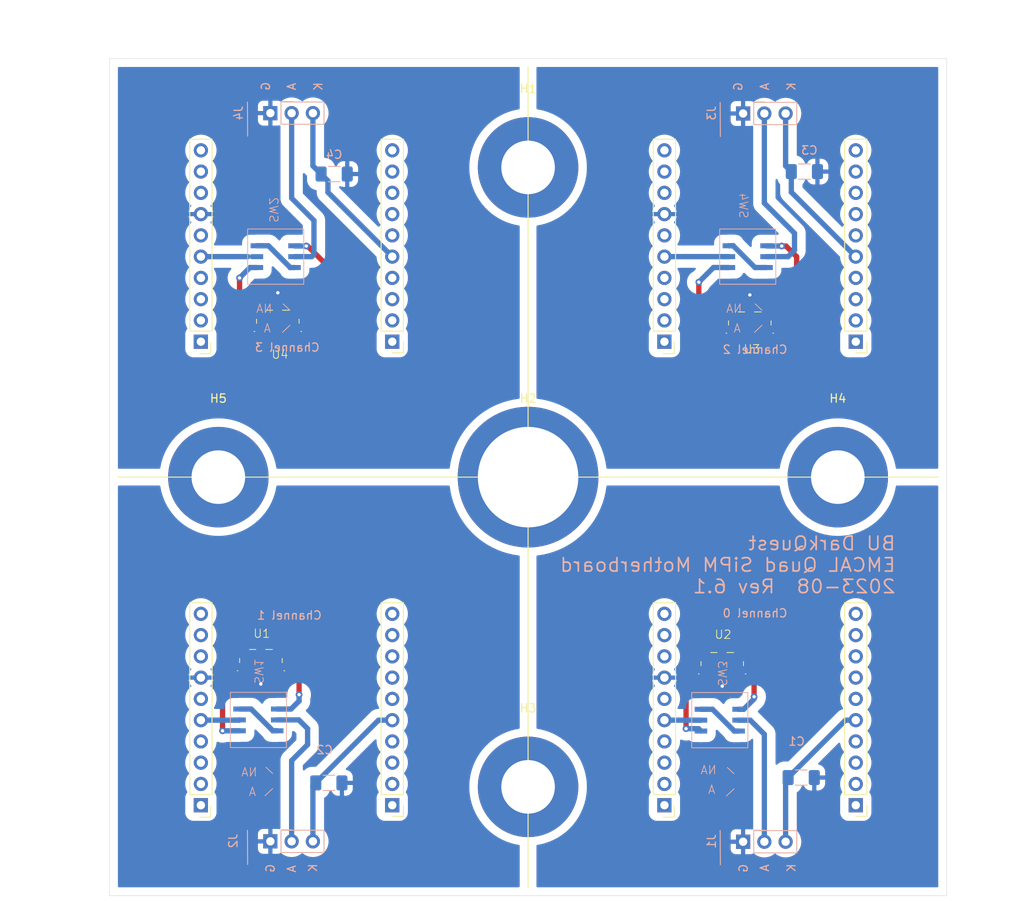
<source format=kicad_pcb>
(kicad_pcb (version 20221018) (generator pcbnew)
  (title_block (title "DarkQuest SiPM Motherboard") (rev "8.1") (comment 1 "Attenuator switch"))
  (layers (0 "F.Cu" signal) (31 "B.Cu" signal) (34 "B.Paste" user) (35 "F.Paste" user) (36 "B.SilkS" user "B.Silkscreen") (37 "F.SilkS" user "F.Silkscreen") (38 "B.Mask" user) (39 "F.Mask" user) (44 "Edge.Cuts" user))
  (net 0 "")
  (net 1 "Net-(J1-Pin_1)")
  (net 2 "Net-(J2-Pin_1)")
  (net 3 "Net-(J3-Pin_1)")
  (net 4 "Net-(J4-Pin_1)")
  (net 5 "Net-(J2-Pin_2)")
  (net 6 "Net-(J3-Pin_2)")
  (net 7 "Net-(J4-Pin_2)")
  (net 8 "Net-(J1-Pin_2)")
  (net 9 "Net-(J1-Pin_3)")
  (net 10 "Net-(J2-Pin_3)")
  (net 47 "Net-(J3-Pin_3)")
  (net 48 "Net-(J4-Pin_3)")
  (net 53 "Net-(J5-Pin_5-Pad15)")
  (net 62 "Net-(J6-Pin_5-Pad15)")
  (net 71 "Net-(J7-Pin_5-Pad15)")
  (net 80 "Net-(J8-Pin_5-Pad15)")
  (net 85 "Net-(SW1-0)")
  (net 86 "Net-(SW1-A-Pad3)")
  (net 87 "Net-(SW2-0)")
  (net 88 "Net-(SW2-A-Pad3)")
  (net 89 "Net-(SW3-0)")
  (net 90 "Net-(SW3-A-Pad3)")
  (net 91 "Net-(SW4-0)")
  (net 92 "Net-(SW4-A-Pad3)")
  (net 93 "Net-(SW1-C)")
  (net 94 "Net-(SW2-C)")
  (net 95 "Net-(SW3-C)")
  (net 96 "Net-(SW4-C)")
  (footprint "quad_sipm:MountingHole_8.4mm_M8_Pad" (layer "F.Cu") (at 100 100)
    (fp_text reference "H2" (at 0 -9.4) (layer "F.SilkS"))
    (fp_text value "MountingHole")
    (pad "1" thru_hole circle (at 0 0) (size 16.8 16.8) (drill 12) (layers "*.Cu" "*.Mask"))
  )
  (footprint "quad_sipm:MountingHole_6.4_pad" (layer "F.Cu") (at 100 137)
    (fp_text reference "H3" (at 0 -9.4) (layer "F.SilkS"))
    (fp_text value "MountingHole")
    (pad "1" thru_hole circle (at 0 0) (size 12 12) (drill 6.4) (layers "*.Cu" "*.Mask"))
  )
  (footprint "quad_sipm:MountingHole_6.4_pad" (layer "F.Cu") (at 137 100)
    (fp_text reference "H4" (at 0 -9.4) (layer "F.SilkS"))
    (fp_text value "MountingHole")
    (pad "1" thru_hole circle (at 0 0) (size 12 12) (drill 6.4) (layers "*.Cu" "*.Mask"))
  )
  (footprint "quad_sipm:MountingHole_6.4_pad" (layer "F.Cu") (at 63 100)
    (fp_text reference "H5" (at 0 -9.4) (layer "F.SilkS"))
    (fp_text value "MountingHole")
    (pad "1" thru_hole circle (at 0 0) (size 12 12) (drill 6.4) (layers "*.Cu" "*.Mask"))
  )
  (footprint "quad_sipm:MountingHole_6.4_pad" (layer "F.Cu") (at 100 63)
    (fp_text reference "H1" (at 0 -9.4) (layer "F.SilkS"))
    (fp_text value "MountingHole")
    (pad "1" thru_hole circle (at 0 0) (size 12 12) (drill 6.4) (layers "*.Cu" "*.Mask"))
  )
  (footprint "Connector_PinHeader_2.54mm:chip_carrier_pin_header" (layer "F.Cu") (at 127.762 72.39 180)
    (fp_text reference "J7" hide)
    (fp_text value "SiPM chip pin header")
    (fp_line (start -12.714 -12.76) (end -11.384 -12.76) (stroke (width 0.12)) (layer "F.SilkS"))
    (fp_line (start -12.714 -11.43) (end -12.714 -12.76) (stroke (width 0.12)) (layer "F.SilkS"))
    (fp_line (start -12.714 -10.16) (end -12.714 12.76) (stroke (width 0.12)) (layer "F.SilkS"))
    (fp_line (start -12.714 -10.16) (end -10.054 -10.16) (stroke (width 0.12)) (layer "F.SilkS"))
    (fp_line (start -12.714 12.76) (end -10.054 12.76) (stroke (width 0.12)) (layer "F.SilkS"))
    (fp_line (start -10.054 -10.16) (end -10.054 12.76) (stroke (width 0.12)) (layer "F.SilkS"))
    (fp_line (start 10.146 -10.16) (end 10.146 12.76) (stroke (width 0.12)) (layer "F.SilkS"))
    (fp_line (start 10.146 -10.16) (end 12.806 -10.16) (stroke (width 0.12)) (layer "F.SilkS"))
    (fp_line (start 10.146 12.76) (end 12.806 12.76) (stroke (width 0.12)) (layer "F.SilkS"))
    (fp_line (start 10.2984 -12.8616) (end 11.6284 -12.8616) (stroke (width 0.12)) (layer "F.SilkS"))
    (fp_line (start 10.2984 -11.5316) (end 10.2984 -12.8616) (stroke (width 0.12)) (layer "F.SilkS"))
    (fp_line (start 12.806 -10.16) (end 12.806 12.76) (stroke (width 0.12)) (layer "F.SilkS"))
    (pad "1" thru_hole rect (at -11.384 -11.43 180) (size 1.7 1.7) (drill 1) (layers "*.Cu" "*.Mask"))
    (pad "2" thru_hole oval (at -11.384 -8.89 180) (size 1.7 1.7) (drill 1) (layers "*.Cu" "*.Mask"))
    (pad "3" thru_hole oval (at -11.384 -6.35 180) (size 1.7 1.7) (drill 1) (layers "*.Cu" "*.Mask"))
    (pad "4" thru_hole oval (at -11.384 -3.81 180) (size 1.7 1.7) (drill 1) (layers "*.Cu" "*.Mask"))
    (pad "5" thru_hole oval (at -11.384 -1.27 180) (size 1.7 1.7) (drill 1) (layers "*.Cu" "*.Mask") (net 47 "Net-(J3-Pin_3)"))
    (pad "6" thru_hole oval (at -11.384 1.27 180) (size 1.7 1.7) (drill 1) (layers "*.Cu" "*.Mask"))
    (pad "7" thru_hole oval (at -11.384 3.81 180) (size 1.7 1.7) (drill 1) (layers "*.Cu" "*.Mask"))
    (pad "8" thru_hole oval (at -11.384 6.35 180) (size 1.7 1.7) (drill 1) (layers "*.Cu" "*.Mask"))
    (pad "9" thru_hole oval (at -11.384 8.89 180) (size 1.7 1.7) (drill 1) (layers "*.Cu" "*.Mask"))
    (pad "10" thru_hole oval (at -11.384 11.43 180) (size 1.7 1.7) (drill 1) (layers "*.Cu" "*.Mask"))
    (pad "11" thru_hole rect (at 11.476 -11.43 180) (size 1.7 1.7) (drill 1) (layers "*.Cu" "*.Mask"))
    (pad "12" thru_hole oval (at 11.476 -8.89 180) (size 1.7 1.7) (drill 1) (layers "*.Cu" "*.Mask"))
    (pad "13" thru_hole oval (at 11.476 -6.35 180) (size 1.7 1.7) (drill 1) (layers "*.Cu" "*.Mask"))
    (pad "14" thru_hole oval (at 11.476 -3.81 180) (size 1.7 1.7) (drill 1) (layers "*.Cu" "*.Mask"))
    (pad "15" thru_hole oval (at 11.476 -1.27 180) (size 1.7 1.7) (drill 1) (layers "*.Cu" "*.Mask") (net 71 "Net-(J7-Pin_5-Pad15)"))
    (pad "16" thru_hole oval (at 11.476 1.27 180) (size 1.7 1.7) (drill 1) (layers "*.Cu" "*.Mask"))
    (pad "17" thru_hole oval (at 11.476 3.81 180) (size 1.7 1.7) (drill 1) (layers "*.Cu" "*.Mask") (net 3 "Net-(J3-Pin_1)"))
    (pad "18" thru_hole oval (at 11.476 6.35 180) (size 1.7 1.7) (drill 1) (layers "*.Cu" "*.Mask"))
    (pad "19" thru_hole oval (at 11.476 8.89 180) (size 1.7 1.7) (drill 1) (layers "*.Cu" "*.Mask"))
    (pad "20" thru_hole oval (at 11.476 11.43 180) (size 1.7 1.7) (drill 1) (layers "*.Cu" "*.Mask"))
  )
  (footprint "Connector_PinHeader_2.54mm:chip_carrier_pin_header" (layer "F.Cu") (at 72.39 72.39 180)
    (fp_text reference "J8" hide)
    (fp_text value "SiPM chip pin header")
    (fp_line (start -12.714 -12.76) (end -11.384 -12.76) (stroke (width 0.12)) (layer "F.SilkS"))
    (fp_line (start -12.714 -11.43) (end -12.714 -12.76) (stroke (width 0.12)) (layer "F.SilkS"))
    (fp_line (start -12.714 -10.16) (end -12.714 12.76) (stroke (width 0.12)) (layer "F.SilkS"))
    (fp_line (start -12.714 -10.16) (end -10.054 -10.16) (stroke (width 0.12)) (layer "F.SilkS"))
    (fp_line (start -12.714 12.76) (end -10.054 12.76) (stroke (width 0.12)) (layer "F.SilkS"))
    (fp_line (start -10.054 -10.16) (end -10.054 12.76) (stroke (width 0.12)) (layer "F.SilkS"))
    (fp_line (start 10.146 -10.16) (end 10.146 12.76) (stroke (width 0.12)) (layer "F.SilkS"))
    (fp_line (start 10.146 -10.16) (end 12.806 -10.16) (stroke (width 0.12)) (layer "F.SilkS"))
    (fp_line (start 10.146 12.76) (end 12.806 12.76) (stroke (width 0.12)) (layer "F.SilkS"))
    (fp_line (start 10.2984 -12.8616) (end 11.6284 -12.8616) (stroke (width 0.12)) (layer "F.SilkS"))
    (fp_line (start 10.2984 -11.5316) (end 10.2984 -12.8616) (stroke (width 0.12)) (layer "F.SilkS"))
    (fp_line (start 12.806 -10.16) (end 12.806 12.76) (stroke (width 0.12)) (layer "F.SilkS"))
    (pad "1" thru_hole rect (at -11.384 -11.43 180) (size 1.7 1.7) (drill 1) (layers "*.Cu" "*.Mask"))
    (pad "2" thru_hole oval (at -11.384 -8.89 180) (size 1.7 1.7) (drill 1) (layers "*.Cu" "*.Mask"))
    (pad "3" thru_hole oval (at -11.384 -6.35 180) (size 1.7 1.7) (drill 1) (layers "*.Cu" "*.Mask"))
    (pad "4" thru_hole oval (at -11.384 -3.81 180) (size 1.7 1.7) (drill 1) (layers "*.Cu" "*.Mask"))
    (pad "5" thru_hole oval (at -11.384 -1.27 180) (size 1.7 1.7) (drill 1) (layers "*.Cu" "*.Mask") (net 48 "Net-(J4-Pin_3)"))
    (pad "6" thru_hole oval (at -11.384 1.27 180) (size 1.7 1.7) (drill 1) (layers "*.Cu" "*.Mask"))
    (pad "7" thru_hole oval (at -11.384 3.81 180) (size 1.7 1.7) (drill 1) (layers "*.Cu" "*.Mask"))
    (pad "8" thru_hole oval (at -11.384 6.35 180) (size 1.7 1.7) (drill 1) (layers "*.Cu" "*.Mask"))
    (pad "9" thru_hole oval (at -11.384 8.89 180) (size 1.7 1.7) (drill 1) (layers "*.Cu" "*.Mask"))
    (pad "10" thru_hole oval (at -11.384 11.43 180) (size 1.7 1.7) (drill 1) (layers "*.Cu" "*.Mask"))
    (pad "11" thru_hole rect (at 11.476 -11.43 180) (size 1.7 1.7) (drill 1) (layers "*.Cu" "*.Mask"))
    (pad "12" thru_hole oval (at 11.476 -8.89 180) (size 1.7 1.7) (drill 1) (layers "*.Cu" "*.Mask"))
    (pad "13" thru_hole oval (at 11.476 -6.35 180) (size 1.7 1.7) (drill 1) (layers "*.Cu" "*.Mask"))
    (pad "14" thru_hole oval (at 11.476 -3.81 180) (size 1.7 1.7) (drill 1) (layers "*.Cu" "*.Mask"))
    (pad "15" thru_hole oval (at 11.476 -1.27 180) (size 1.7 1.7) (drill 1) (layers "*.Cu" "*.Mask") (net 80 "Net-(J8-Pin_5-Pad15)"))
    (pad "16" thru_hole oval (at 11.476 1.27 180) (size 1.7 1.7) (drill 1) (layers "*.Cu" "*.Mask"))
    (pad "17" thru_hole oval (at 11.476 3.81 180) (size 1.7 1.7) (drill 1) (layers "*.Cu" "*.Mask") (net 4 "Net-(J4-Pin_1)"))
    (pad "18" thru_hole oval (at 11.476 6.35 180) (size 1.7 1.7) (drill 1) (layers "*.Cu" "*.Mask"))
    (pad "19" thru_hole oval (at 11.476 8.89 180) (size 1.7 1.7) (drill 1) (layers "*.Cu" "*.Mask"))
    (pad "20" thru_hole oval (at 11.476 11.43 180) (size 1.7 1.7) (drill 1) (layers "*.Cu" "*.Mask"))
  )
  (footprint "Connector_PinHeader_2.54mm:chip_carrier_pin_header" (layer "F.Cu") (at 72.39 127.762 180)
    (fp_text reference "J6" hide)
    (fp_text value "SiPM chip pin header")
    (fp_line (start -12.714 -12.76) (end -11.384 -12.76) (stroke (width 0.12)) (layer "F.SilkS"))
    (fp_line (start -12.714 -11.43) (end -12.714 -12.76) (stroke (width 0.12)) (layer "F.SilkS"))
    (fp_line (start -12.714 -10.16) (end -12.714 12.76) (stroke (width 0.12)) (layer "F.SilkS"))
    (fp_line (start -12.714 -10.16) (end -10.054 -10.16) (stroke (width 0.12)) (layer "F.SilkS"))
    (fp_line (start -12.714 12.76) (end -10.054 12.76) (stroke (width 0.12)) (layer "F.SilkS"))
    (fp_line (start -10.054 -10.16) (end -10.054 12.76) (stroke (width 0.12)) (layer "F.SilkS"))
    (fp_line (start 10.146 -10.16) (end 10.146 12.76) (stroke (width 0.12)) (layer "F.SilkS"))
    (fp_line (start 10.146 -10.16) (end 12.806 -10.16) (stroke (width 0.12)) (layer "F.SilkS"))
    (fp_line (start 10.146 12.76) (end 12.806 12.76) (stroke (width 0.12)) (layer "F.SilkS"))
    (fp_line (start 10.2984 -12.8616) (end 11.6284 -12.8616) (stroke (width 0.12)) (layer "F.SilkS"))
    (fp_line (start 10.2984 -11.5316) (end 10.2984 -12.8616) (stroke (width 0.12)) (layer "F.SilkS"))
    (fp_line (start 12.806 -10.16) (end 12.806 12.76) (stroke (width 0.12)) (layer "F.SilkS"))
    (pad "1" thru_hole rect (at -11.384 -11.43 180) (size 1.7 1.7) (drill 1) (layers "*.Cu" "*.Mask"))
    (pad "2" thru_hole oval (at -11.384 -8.89 180) (size 1.7 1.7) (drill 1) (layers "*.Cu" "*.Mask"))
    (pad "3" thru_hole oval (at -11.384 -6.35 180) (size 1.7 1.7) (drill 1) (layers "*.Cu" "*.Mask"))
    (pad "4" thru_hole oval (at -11.384 -3.81 180) (size 1.7 1.7) (drill 1) (layers "*.Cu" "*.Mask"))
    (pad "5" thru_hole oval (at -11.384 -1.27 180) (size 1.7 1.7) (drill 1) (layers "*.Cu" "*.Mask") (net 10 "Net-(J2-Pin_3)"))
    (pad "6" thru_hole oval (at -11.384 1.27 180) (size 1.7 1.7) (drill 1) (layers "*.Cu" "*.Mask"))
    (pad "7" thru_hole oval (at -11.384 3.81 180) (size 1.7 1.7) (drill 1) (layers "*.Cu" "*.Mask"))
    (pad "8" thru_hole oval (at -11.384 6.35 180) (size 1.7 1.7) (drill 1) (layers "*.Cu" "*.Mask"))
    (pad "9" thru_hole oval (at -11.384 8.89 180) (size 1.7 1.7) (drill 1) (layers "*.Cu" "*.Mask"))
    (pad "10" thru_hole oval (at -11.384 11.43 180) (size 1.7 1.7) (drill 1) (layers "*.Cu" "*.Mask"))
    (pad "11" thru_hole rect (at 11.476 -11.43 180) (size 1.7 1.7) (drill 1) (layers "*.Cu" "*.Mask"))
    (pad "12" thru_hole oval (at 11.476 -8.89 180) (size 1.7 1.7) (drill 1) (layers "*.Cu" "*.Mask"))
    (pad "13" thru_hole oval (at 11.476 -6.35 180) (size 1.7 1.7) (drill 1) (layers "*.Cu" "*.Mask"))
    (pad "14" thru_hole oval (at 11.476 -3.81 180) (size 1.7 1.7) (drill 1) (layers "*.Cu" "*.Mask"))
    (pad "15" thru_hole oval (at 11.476 -1.27 180) (size 1.7 1.7) (drill 1) (layers "*.Cu" "*.Mask") (net 62 "Net-(J6-Pin_5-Pad15)"))
    (pad "16" thru_hole oval (at 11.476 1.27 180) (size 1.7 1.7) (drill 1) (layers "*.Cu" "*.Mask"))
    (pad "17" thru_hole oval (at 11.476 3.81 180) (size 1.7 1.7) (drill 1) (layers "*.Cu" "*.Mask") (net 2 "Net-(J2-Pin_1)"))
    (pad "18" thru_hole oval (at 11.476 6.35 180) (size 1.7 1.7) (drill 1) (layers "*.Cu" "*.Mask"))
    (pad "19" thru_hole oval (at 11.476 8.89 180) (size 1.7 1.7) (drill 1) (layers "*.Cu" "*.Mask"))
    (pad "20" thru_hole oval (at 11.476 11.43 180) (size 1.7 1.7) (drill 1) (layers "*.Cu" "*.Mask"))
  )
  (footprint "Resistor_SMD:D10AA20Z4" (layer "F.Cu") (at 70.1088 80.0608)
    (fp_text reference "U4" (at 0.2492 5.2788 unlocked) (layer "F.SilkS") (effects (font (thickness 0.1))))
    (fp_text value "~")
    (fp_line (start -2.748 2.54) (end -2.8496 2.54) (stroke (width 0.1)) (layer "F.SilkS"))
    (fp_line (start -2.5448 1.5748) (end -2.5448 1.0668) (stroke (width 0.1)) (layer "F.SilkS"))
    (fp_line (start -1.3764 0) (end -0.6144 0) (stroke (width 0.1)) (layer "F.SilkS"))
    (fp_line (start 0.554 0) (end 1.3668 0) (stroke (width 0.1)) (layer "F.SilkS"))
    (fp_line (start 2.5352 1.5748) (end 2.5352 1.0668) (stroke (width 0.1)) (layer "F.SilkS"))
    (fp_line (start 2.7384 2.54) (end 2.84 2.54) (stroke (width 0.1)) (layer "F.SilkS"))
    (pad "1" smd rect (at -2.2908 0.4528) (size 1.6256 1.1088) (layers "F.Cu" "F.Paste" "F.Mask") (net 94 "Net-(SW2-C)"))
    (pad "2" smd rect (at 2.2812 0.4572) (size 1.7272 1.1176) (layers "F.Cu" "F.Paste" "F.Mask") (net 87 "Net-(SW2-0)"))
    (pad "3" smd rect (at -0.0175 2.3495 90) (size 1.143 5.207) (layers "F.Cu" "F.Paste" "F.Mask") (net 4 "Net-(J4-Pin_1)"))
    (pad "3" smd custom (at -0.0048 1.397) (size 1.016 2.9972) (layers "F.Cu" "F.Paste" "F.Mask") (net 4 "Net-(J4-Pin_1)") (options (clearance outline) (anchor rect)) (primitives))
  )
  (footprint "Resistor_SMD:D10AA20Z4" (layer "F.Cu") (at 68.0895 120.5865)
    (fp_text reference "U1" (at 0.0968 -1.905 unlocked) (layer "F.SilkS") (effects (font (thickness 0.1))))
    (fp_text value "~")
    (fp_line (start -2.748 2.54) (end -2.8496 2.54) (stroke (width 0.1)) (layer "F.SilkS"))
    (fp_line (start -2.5448 1.5748) (end -2.5448 1.0668) (stroke (width 0.1)) (layer "F.SilkS"))
    (fp_line (start -1.3764 0) (end -0.6144 0) (stroke (width 0.1)) (layer "F.SilkS"))
    (fp_line (start 0.554 0) (end 1.3668 0) (stroke (width 0.1)) (layer "F.SilkS"))
    (fp_line (start 2.5352 1.5748) (end 2.5352 1.0668) (stroke (width 0.1)) (layer "F.SilkS"))
    (fp_line (start 2.7384 2.54) (end 2.84 2.54) (stroke (width 0.1)) (layer "F.SilkS"))
    (pad "1" smd rect (at -2.2908 0.4528) (size 1.6256 1.1088) (layers "F.Cu" "F.Paste" "F.Mask") (net 93 "Net-(SW1-C)"))
    (pad "2" smd rect (at 2.2812 0.4572) (size 1.7272 1.1176) (layers "F.Cu" "F.Paste" "F.Mask") (net 85 "Net-(SW1-0)"))
    (pad "3" smd rect (at -0.0175 2.3495 90) (size 1.143 5.207) (layers "F.Cu" "F.Paste" "F.Mask") (net 2 "Net-(J2-Pin_1)"))
    (pad "3" smd custom (at -0.0048 1.397) (size 1.016 2.9972) (layers "F.Cu" "F.Paste" "F.Mask") (net 2 "Net-(J2-Pin_1)") (options (clearance outline) (anchor rect)) (primitives))
  )
  (footprint "Resistor_SMD:D10AA20Z4" (layer "F.Cu") (at 123.1948 120.9592)
    (fp_text reference "U2" (at 0.0968 -2.159 unlocked) (layer "F.SilkS") (effects (font (thickness 0.1))))
    (fp_text value "~")
    (fp_line (start -2.748 2.54) (end -2.8496 2.54) (stroke (width 0.1)) (layer "F.SilkS"))
    (fp_line (start -2.5448 1.5748) (end -2.5448 1.0668) (stroke (width 0.1)) (layer "F.SilkS"))
    (fp_line (start -1.3764 0) (end -0.6144 0) (stroke (width 0.1)) (layer "F.SilkS"))
    (fp_line (start 0.554 0) (end 1.3668 0) (stroke (width 0.1)) (layer "F.SilkS"))
    (fp_line (start 2.5352 1.5748) (end 2.5352 1.0668) (stroke (width 0.1)) (layer "F.SilkS"))
    (fp_line (start 2.7384 2.54) (end 2.84 2.54) (stroke (width 0.1)) (layer "F.SilkS"))
    (pad "1" smd rect (at -2.2908 0.4528) (size 1.6256 1.1088) (layers "F.Cu" "F.Paste" "F.Mask") (net 95 "Net-(SW3-C)"))
    (pad "2" smd rect (at 2.2812 0.4572) (size 1.7272 1.1176) (layers "F.Cu" "F.Paste" "F.Mask") (net 89 "Net-(SW3-0)"))
    (pad "3" smd rect (at -0.0175 2.3495 90) (size 1.143 5.207) (layers "F.Cu" "F.Paste" "F.Mask") (net 1 "Net-(J1-Pin_1)"))
    (pad "3" smd custom (at -0.0048 1.397) (size 1.016 2.9972) (layers "F.Cu" "F.Paste" "F.Mask") (net 1 "Net-(J1-Pin_1)") (options (clearance outline) (anchor rect)) (primitives))
  )
  (footprint "Connector_PinHeader_2.54mm:chip_carrier_pin_header" (layer "F.Cu") (at 127.762 127.762 180)
    (fp_text reference "J5" hide)
    (fp_text value "SiPM chip pin header")
    (fp_line (start -12.714 -12.76) (end -11.384 -12.76) (stroke (width 0.12)) (layer "F.SilkS"))
    (fp_line (start -12.714 -11.43) (end -12.714 -12.76) (stroke (width 0.12)) (layer "F.SilkS"))
    (fp_line (start -12.714 -10.16) (end -12.714 12.76) (stroke (width 0.12)) (layer "F.SilkS"))
    (fp_line (start -12.714 -10.16) (end -10.054 -10.16) (stroke (width 0.12)) (layer "F.SilkS"))
    (fp_line (start -12.714 12.76) (end -10.054 12.76) (stroke (width 0.12)) (layer "F.SilkS"))
    (fp_line (start -10.054 -10.16) (end -10.054 12.76) (stroke (width 0.12)) (layer "F.SilkS"))
    (fp_line (start 10.146 -10.16) (end 10.146 12.76) (stroke (width 0.12)) (layer "F.SilkS"))
    (fp_line (start 10.146 -10.16) (end 12.806 -10.16) (stroke (width 0.12)) (layer "F.SilkS"))
    (fp_line (start 10.146 12.76) (end 12.806 12.76) (stroke (width 0.12)) (layer "F.SilkS"))
    (fp_line (start 10.2984 -12.8616) (end 11.6284 -12.8616) (stroke (width 0.12)) (layer "F.SilkS"))
    (fp_line (start 10.2984 -11.5316) (end 10.2984 -12.8616) (stroke (width 0.12)) (layer "F.SilkS"))
    (fp_line (start 12.806 -10.16) (end 12.806 12.76) (stroke (width 0.12)) (layer "F.SilkS"))
    (pad "1" thru_hole rect (at -11.384 -11.43 180) (size 1.7 1.7) (drill 1) (layers "*.Cu" "*.Mask"))
    (pad "2" thru_hole oval (at -11.384 -8.89 180) (size 1.7 1.7) (drill 1) (layers "*.Cu" "*.Mask"))
    (pad "3" thru_hole oval (at -11.384 -6.35 180) (size 1.7 1.7) (drill 1) (layers "*.Cu" "*.Mask"))
    (pad "4" thru_hole oval (at -11.384 -3.81 180) (size 1.7 1.7) (drill 1) (layers "*.Cu" "*.Mask"))
    (pad "5" thru_hole oval (at -11.384 -1.27 180) (size 1.7 1.7) (drill 1) (layers "*.Cu" "*.Mask") (net 9 "Net-(J1-Pin_3)"))
    (pad "6" thru_hole oval (at -11.384 1.27 180) (size 1.7 1.7) (drill 1) (layers "*.Cu" "*.Mask"))
    (pad "7" thru_hole oval (at -11.384 3.81 180) (size 1.7 1.7) (drill 1) (layers "*.Cu" "*.Mask"))
    (pad "8" thru_hole oval (at -11.384 6.35 180) (size 1.7 1.7) (drill 1) (layers "*.Cu" "*.Mask"))
    (pad "9" thru_hole oval (at -11.384 8.89 180) (size 1.7 1.7) (drill 1) (layers "*.Cu" "*.Mask"))
    (pad "10" thru_hole oval (at -11.384 11.43 180) (size 1.7 1.7) (drill 1) (layers "*.Cu" "*.Mask"))
    (pad "11" thru_hole rect (at 11.476 -11.43 180) (size 1.7 1.7) (drill 1) (layers "*.Cu" "*.Mask"))
    (pad "12" thru_hole oval (at 11.476 -8.89 180) (size 1.7 1.7) (drill 1) (layers "*.Cu" "*.Mask"))
    (pad "13" thru_hole oval (at 11.476 -6.35 180) (size 1.7 1.7) (drill 1) (layers "*.Cu" "*.Mask"))
    (pad "14" thru_hole oval (at 11.476 -3.81 180) (size 1.7 1.7) (drill 1) (layers "*.Cu" "*.Mask"))
    (pad "15" thru_hole oval (at 11.476 -1.27 180) (size 1.7 1.7) (drill 1) (layers "*.Cu" "*.Mask") (net 53 "Net-(J5-Pin_5-Pad15)"))
    (pad "16" thru_hole oval (at 11.476 1.27 180) (size 1.7 1.7) (drill 1) (layers "*.Cu" "*.Mask"))
    (pad "17" thru_hole oval (at 11.476 3.81 180) (size 1.7 1.7) (drill 1) (layers "*.Cu" "*.Mask") (net 1 "Net-(J1-Pin_1)"))
    (pad "18" thru_hole oval (at 11.476 6.35 180) (size 1.7 1.7) (drill 1) (layers "*.Cu" "*.Mask"))
    (pad "19" thru_hole oval (at 11.476 8.89 180) (size 1.7 1.7) (drill 1) (layers "*.Cu" "*.Mask"))
    (pad "20" thru_hole oval (at 11.476 11.43 180) (size 1.7 1.7) (drill 1) (layers "*.Cu" "*.Mask"))
  )
  (footprint "Resistor_SMD:D10AA20Z4" (layer "F.Cu") (at 126.492 80.264)
    (fp_text reference "U3" (at 0.2492 4.445 unlocked) (layer "F.SilkS") (effects (font (thickness 0.1))))
    (fp_text value "~")
    (fp_line (start -2.748 2.54) (end -2.8496 2.54) (stroke (width 0.1)) (layer "F.SilkS"))
    (fp_line (start -2.5448 1.5748) (end -2.5448 1.0668) (stroke (width 0.1)) (layer "F.SilkS"))
    (fp_line (start -1.3764 0) (end -0.6144 0) (stroke (width 0.1)) (layer "F.SilkS"))
    (fp_line (start 0.554 0) (end 1.3668 0) (stroke (width 0.1)) (layer "F.SilkS"))
    (fp_line (start 2.5352 1.5748) (end 2.5352 1.0668) (stroke (width 0.1)) (layer "F.SilkS"))
    (fp_line (start 2.7384 2.54) (end 2.84 2.54) (stroke (width 0.1)) (layer "F.SilkS"))
    (pad "1" smd rect (at -2.2908 0.4528) (size 1.6256 1.1088) (layers "F.Cu" "F.Paste" "F.Mask") (net 96 "Net-(SW4-C)"))
    (pad "2" smd rect (at 2.2812 0.4572) (size 1.7272 1.1176) (layers "F.Cu" "F.Paste" "F.Mask") (net 91 "Net-(SW4-0)"))
    (pad "3" smd rect (at -0.0175 2.3495 90) (size 1.143 5.207) (layers "F.Cu" "F.Paste" "F.Mask") (net 3 "Net-(J3-Pin_1)"))
    (pad "3" smd custom (at -0.0048 1.397) (size 1.016 2.9972) (layers "F.Cu" "F.Paste" "F.Mask") (net 3 "Net-(J3-Pin_1)") (options (clearance outline) (anchor rect)) (primitives))
  )
  (footprint "Connector_PinHeader_2.54mm:PinHeader_1x03_P2.54mm_Vertical" (layer "B.Cu") (at 128.27 143.51 -90)
    (fp_text reference "J1" (at 0 6.35 90) (layer "B.SilkS") (effects (justify mirror)))
    (fp_text value "8-102202-4")
    (fp_line (start -1.33 0) (end -1.33 1.33) (stroke (width 0.12)) (layer "B.SilkS"))
    (fp_line (start -1.285 -3.825) (end 1.375 -3.825) (stroke (width 0.12)) (layer "B.SilkS"))
    (fp_line (start -1.285 1.315) (end -1.285 -3.825) (stroke (width 0.12)) (layer "B.SilkS"))
    (fp_line (start -1.285 1.315) (end 1.375 1.315) (stroke (width 0.12)) (layer "B.SilkS"))
    (fp_line (start -1.275 5.325) (end 2.8 5.3) (stroke (width 0.12)) (layer "B.SilkS"))
    (fp_line (start 1.375 1.315) (end 1.375 -3.825) (stroke (width 0.12)) (layer "B.SilkS"))
    (pad "1" thru_hole rect (at 0.045 2.585 270) (size 1.7 1.7) (drill 1) (layers "*.Cu" "*.Mask") (net 1 "Net-(J1-Pin_1)"))
    (pad "2" thru_hole oval (at 0.045 0.045 270) (size 1.7 1.7) (drill 1) (layers "*.Cu" "*.Mask") (net 8 "Net-(J1-Pin_2)"))
    (pad "3" thru_hole oval (at 0.045 -2.495 270) (size 1.7 1.7) (drill 1) (layers "*.Cu" "*.Mask") (net 9 "Net-(J1-Pin_3)"))
  )
  (footprint "Capacitor_SMD:C_1206_3216Metric_Pad1.33x1.80mm_HandSolder" (layer "B.Cu") (at 76.835 63.7925 180)
    (fp_text reference "C4" (at 0 2.3245) (layer "B.SilkS") (effects (justify mirror)))
    (fp_text value "10nF 100V")
    (fp_line (start -0.711252 -0.91) (end 0.711252 -0.91) (stroke (width 0.12)) (layer "B.SilkS"))
    (fp_line (start -0.711252 0.91) (end 0.711252 0.91) (stroke (width 0.12)) (layer "B.SilkS"))
    (pad "1" smd roundrect (at -1.5625 0 180) (size 1.325 1.8) (layers "B.Cu" "B.Paste" "B.Mask") (roundrect_rratio 0.1886792453) (net 4 "Net-(J4-Pin_1)"))
    (pad "2" smd roundrect (at 1.5625 0 180) (size 1.325 1.8) (layers "B.Cu" "B.Paste" "B.Mask") (roundrect_rratio 0.1886792453) (net 48 "Net-(J4-Pin_3)"))
  )
  (footprint "Connector_PinHeader_2.54mm:PinHeader_1x03_P2.54mm_Vertical" (layer "B.Cu") (at 128.27 56.515 -90)
    (fp_text reference "J3" (at 0 6.35 90) (layer "B.SilkS") (effects (justify mirror)))
    (fp_text value "8-102202-4")
    (fp_line (start -1.33 0) (end -1.33 1.33) (stroke (width 0.12)) (layer "B.SilkS"))
    (fp_line (start -1.285 -3.825) (end 1.375 -3.825) (stroke (width 0.12)) (layer "B.SilkS"))
    (fp_line (start -1.285 1.315) (end -1.285 -3.825) (stroke (width 0.12)) (layer "B.SilkS"))
    (fp_line (start -1.285 1.315) (end 1.375 1.315) (stroke (width 0.12)) (layer "B.SilkS"))
    (fp_line (start -1.275 5.325) (end 2.8 5.3) (stroke (width 0.12)) (layer "B.SilkS"))
    (fp_line (start 1.375 1.315) (end 1.375 -3.825) (stroke (width 0.12)) (layer "B.SilkS"))
    (pad "1" thru_hole rect (at 0.045 2.585 270) (size 1.7 1.7) (drill 1) (layers "*.Cu" "*.Mask") (net 3 "Net-(J3-Pin_1)"))
    (pad "2" thru_hole oval (at 0.045 0.045 270) (size 1.7 1.7) (drill 1) (layers "*.Cu" "*.Mask") (net 6 "Net-(J3-Pin_2)"))
    (pad "3" thru_hole oval (at 0.045 -2.495 270) (size 1.7 1.7) (drill 1) (layers "*.Cu" "*.Mask") (net 47 "Net-(J3-Pin_3)"))
  )
  (footprint "Connector_PinHeader_2.54mm:PinHeader_1x03_P2.54mm_Vertical" (layer "B.Cu") (at 71.8 56.47 -90)
    (fp_text reference "J4" (at 0.045 6.395 90) (layer "B.SilkS") (effects (justify mirror)))
    (fp_text value "8-102202-4")
    (fp_line (start -1.33 0) (end -1.33 1.33) (stroke (width 0.12)) (layer "B.SilkS"))
    (fp_line (start -1.285 -3.825) (end 1.375 -3.825) (stroke (width 0.12)) (layer "B.SilkS"))
    (fp_line (start -1.285 1.315) (end -1.285 -3.825) (stroke (width 0.12)) (layer "B.SilkS"))
    (fp_line (start -1.285 1.315) (end 1.375 1.315) (stroke (width 0.12)) (layer "B.SilkS"))
    (fp_line (start -1.275 5.325) (end 2.8 5.3) (stroke (width 0.12)) (layer "B.SilkS"))
    (fp_line (start 1.375 1.315) (end 1.375 -3.825) (stroke (width 0.12)) (layer "B.SilkS"))
    (pad "1" thru_hole rect (at 0.045 2.585 270) (size 1.7 1.7) (drill 1) (layers "*.Cu" "*.Mask") (net 4 "Net-(J4-Pin_1)"))
    (pad "2" thru_hole oval (at 0.045 0.045 270) (size 1.7 1.7) (drill 1) (layers "*.Cu" "*.Mask") (net 7 "Net-(J4-Pin_2)"))
    (pad "3" thru_hole oval (at 0.045 -2.495 270) (size 1.7 1.7) (drill 1) (layers "*.Cu" "*.Mask") (net 48 "Net-(J4-Pin_3)"))
  )
  (footprint "Capacitor_SMD:C_1206_3216Metric_Pad1.33x1.80mm_HandSolder" (layer "B.Cu") (at 133.0075 63.5 180)
    (fp_text reference "C3" (at -0.5965 2.54) (layer "B.SilkS") (effects (justify mirror)))
    (fp_text value "10nF 100V")
    (fp_line (start -0.711252 -0.91) (end 0.711252 -0.91) (stroke (width 0.12)) (layer "B.SilkS"))
    (fp_line (start -0.711252 0.91) (end 0.711252 0.91) (stroke (width 0.12)) (layer "B.SilkS"))
    (pad "1" smd roundrect (at -1.5625 0 180) (size 1.325 1.8) (layers "B.Cu" "B.Paste" "B.Mask") (roundrect_rratio 0.1886792453) (net 3 "Net-(J3-Pin_1)"))
    (pad "2" smd roundrect (at 1.5625 0 180) (size 1.325 1.8) (layers "B.Cu" "B.Paste" "B.Mask") (roundrect_rratio 0.1886792453) (net 47 "Net-(J3-Pin_3)"))
  )
  (footprint "Connector_PinHeader_2.54mm:PinHeader_1x03_P2.54mm_Vertical" (layer "B.Cu") (at 71.8 143.465 -90)
    (fp_text reference "J2" (at 0 7.03 -90) (layer "B.SilkS") (effects (justify mirror)))
    (fp_text value "8-102202-4")
    (fp_line (start -1.33 0) (end -1.33 1.33) (stroke (width 0.12)) (layer "B.SilkS"))
    (fp_line (start -1.285 -3.825) (end 1.375 -3.825) (stroke (width 0.12)) (layer "B.SilkS"))
    (fp_line (start -1.285 1.315) (end -1.285 -3.825) (stroke (width 0.12)) (layer "B.SilkS"))
    (fp_line (start -1.285 1.315) (end 1.375 1.315) (stroke (width 0.12)) (layer "B.SilkS"))
    (fp_line (start -1.275 5.325) (end 2.8 5.3) (stroke (width 0.12)) (layer "B.SilkS"))
    (fp_line (start 1.375 1.315) (end 1.375 -3.825) (stroke (width 0.12)) (layer "B.SilkS"))
    (pad "1" thru_hole rect (at 0.045 2.585 270) (size 1.7 1.7) (drill 1) (layers "*.Cu" "*.Mask") (net 2 "Net-(J2-Pin_1)"))
    (pad "2" thru_hole oval (at 0.045 0.045 270) (size 1.7 1.7) (drill 1) (layers "*.Cu" "*.Mask") (net 5 "Net-(J2-Pin_2)"))
    (pad "3" thru_hole oval (at 0.045 -2.495 270) (size 1.7 1.7) (drill 1) (layers "*.Cu" "*.Mask") (net 10 "Net-(J2-Pin_3)"))
  )
  (footprint "Capacitor_SMD:C_1206_3216Metric_Pad1.33x1.80mm_HandSolder" (layer "B.Cu") (at 132.6265 135.89 180)
    (fp_text reference "C1" (at 0.5465 4.318) (layer "B.SilkS") (effects (justify mirror)))
    (fp_text value "10nF 100V")
    (fp_line (start -0.711252 -0.91) (end 0.711252 -0.91) (stroke (width 0.12)) (layer "B.SilkS"))
    (fp_line (start -0.711252 0.91) (end 0.711252 0.91) (stroke (width 0.12)) (layer "B.SilkS"))
    (pad "1" smd roundrect (at -1.5625 0 180) (size 1.325 1.8) (layers "B.Cu" "B.Paste" "B.Mask") (roundrect_rratio 0.1886792453) (net 1 "Net-(J1-Pin_1)"))
    (pad "2" smd roundrect (at 1.5625 0 180) (size 1.325 1.8) (layers "B.Cu" "B.Paste" "B.Mask") (roundrect_rratio 0.1886792453) (net 9 "Net-(J1-Pin_3)"))
  )
  (footprint "Capacitor_SMD:C_1206_3216Metric_Pad1.33x1.80mm_HandSolder" (layer "B.Cu") (at 76.2 136.525 180)
    (fp_text reference "C2" (at 0.508 3.937) (layer "B.SilkS") (effects (justify mirror)))
    (fp_text value "10nF 100V")
    (fp_line (start -0.711252 -0.91) (end 0.711252 -0.91) (stroke (width 0.12)) (layer "B.SilkS"))
    (fp_line (start -0.711252 0.91) (end 0.711252 0.91) (stroke (width 0.12)) (layer "B.SilkS"))
    (pad "1" smd roundrect (at -1.5625 0 180) (size 1.325 1.8) (layers "B.Cu" "B.Paste" "B.Mask") (roundrect_rratio 0.1886792453) (net 2 "Net-(J2-Pin_1)"))
    (pad "2" smd roundrect (at 1.5625 0 180) (size 1.325 1.8) (layers "B.Cu" "B.Paste" "B.Mask") (roundrect_rratio 0.1886792453) (net 10 "Net-(J2-Pin_3)"))
  )
  (footprint "Relay_SMD:Nidec_DPDT_CS422YTA" (layer "B.Cu") (at 67.782 129.002 90)
    (fp_text reference "SW1" (at 5.812 0.036 270 unlocked) (layer "B.SilkS") (effects (font (thickness 0.1)) (justify mirror)))
    (fp_text value "SW_Push_DPDT")
    (fp_text user "NA" (at -6.824 -0.068 unlocked) (layer "B.SilkS") (effects (font (thickness 0.1)) (justify left bottom mirror)))
    (fp_text user "A" (at -9.174 -0.218 unlocked) (layer "B.SilkS") (effects (font (thickness 0.1)) (justify left bottom mirror)))
    (fp_line (start -8.2 1.7) (end -9.05 0.8) (stroke (width 0.1)) (layer "B.SilkS"))
    (fp_line (start -5.65 0.9) (end -6.4 1.7) (stroke (width 0.1)) (layer "B.SilkS"))
    (fp_rect (start -3.3 3.35) (end 3.3 -3.35) (stroke (width 0.1)) (fill none) (layer "B.SilkS"))
    (pad "1" smd rect (at -1.3 -2.25 90) (size 0.6 1.5) (layers "B.Cu" "B.Paste" "B.Mask") (net 93 "Net-(SW1-C)"))
    (pad "2" smd rect (at 0 -2.25 90) (size 0.6 1.5) (layers "B.Cu" "B.Paste" "B.Mask") (net 62 "Net-(J6-Pin_5-Pad15)"))
    (pad "3" smd rect (at 1.3 -2.25 90) (size 0.6 1.5) (layers "B.Cu" "B.Paste" "B.Mask") (net 86 "Net-(SW1-A-Pad3)"))
    (pad "4" smd rect (at -1.3 2.25 90) (size 0.6 1.5) (layers "B.Cu" "B.Paste" "B.Mask") (net 86 "Net-(SW1-A-Pad3)"))
    (pad "5" smd rect (at 0 2.25 90) (size 0.6 1.5) (layers "B.Cu" "B.Paste" "B.Mask") (net 5 "Net-(J2-Pin_2)"))
    (pad "6" smd rect (at 1.3 2.25 90) (size 0.6 1.5) (layers "B.Cu" "B.Paste" "B.Mask") (net 85 "Net-(SW1-0)"))
  )
  (footprint "Relay_SMD:Nidec_DPDT_CS422YTA" (layer "B.Cu") (at 69.85 73.66 90)
    (fp_text reference "SW2" (at 5.588 -0.254 270 unlocked) (layer "B.SilkS") (effects (font (thickness 0.1)) (justify mirror)))
    (fp_text value "SW_Push_DPDT")
    (fp_text user "A" (at -9.144 -0.508 unlocked) (layer "B.SilkS") (effects (font (thickness 0.1)) (justify left bottom mirror)))
    (fp_text user "NA" (at -6.794 -0.358 unlocked) (layer "B.SilkS") (effects (font (thickness 0.1)) (justify left bottom mirror)))
    (fp_line (start -8.2 1.7) (end -9.05 0.8) (stroke (width 0.1)) (layer "B.SilkS"))
    (fp_line (start -5.65 0.9) (end -6.4 1.7) (stroke (width 0.1)) (layer "B.SilkS"))
    (fp_rect (start -3.3 3.35) (end 3.3 -3.35) (stroke (width 0.1)) (fill none) (layer "B.SilkS"))
    (pad "1" smd rect (at -1.3 -2.25 90) (size 0.6 1.5) (layers "B.Cu" "B.Paste" "B.Mask") (net 94 "Net-(SW2-C)"))
    (pad "2" smd rect (at 0 -2.25 90) (size 0.6 1.5) (layers "B.Cu" "B.Paste" "B.Mask") (net 80 "Net-(J8-Pin_5-Pad15)"))
    (pad "3" smd rect (at 1.3 -2.25 90) (size 0.6 1.5) (layers "B.Cu" "B.Paste" "B.Mask") (net 88 "Net-(SW2-A-Pad3)"))
    (pad "4" smd rect (at -1.3 2.25 90) (size 0.6 1.5) (layers "B.Cu" "B.Paste" "B.Mask") (net 88 "Net-(SW2-A-Pad3)"))
    (pad "5" smd rect (at 0 2.25 90) (size 0.6 1.5) (layers "B.Cu" "B.Paste" "B.Mask") (net 7 "Net-(J4-Pin_2)"))
    (pad "6" smd rect (at 1.3 2.25 90) (size 0.6 1.5) (layers "B.Cu" "B.Paste" "B.Mask") (net 87 "Net-(SW2-0)"))
  )
  (footprint "Relay_SMD:Nidec_DPDT_CS422YTA" (layer "B.Cu") (at 122.9 129.032 90)
    (fp_text reference "SW3" (at 5.588 0.29 270 unlocked) (layer "B.SilkS") (effects (font (thickness 0.1)) (justify mirror)))
    (fp_text value "SW_Push_DPDT")
    (fp_text user "NA" (at -6.54 -0.322 unlocked) (layer "B.SilkS") (effects (font (thickness 0.1)) (justify left bottom mirror)))
    (fp_text user "A" (at -8.89 -0.472 unlocked) (layer "B.SilkS") (effects (font (thickness 0.1)) (justify left bottom mirror)))
    (fp_line (start -8.2 1.7) (end -9.05 0.8) (stroke (width 0.1)) (layer "B.SilkS"))
    (fp_line (start -5.65 0.9) (end -6.4 1.7) (stroke (width 0.1)) (layer "B.SilkS"))
    (fp_rect (start -3.3 3.35) (end 3.3 -3.35) (stroke (width 0.1)) (fill none) (layer "B.SilkS"))
    (pad "1" smd rect (at -1.3 -2.25 90) (size 0.6 1.5) (layers "B.Cu" "B.Paste" "B.Mask") (net 95 "Net-(SW3-C)"))
    (pad "2" smd rect (at 0 -2.25 90) (size 0.6 1.5) (layers "B.Cu" "B.Paste" "B.Mask") (net 53 "Net-(J5-Pin_5-Pad15)"))
    (pad "3" smd rect (at 1.3 -2.25 90) (size 0.6 1.5) (layers "B.Cu" "B.Paste" "B.Mask") (net 90 "Net-(SW3-A-Pad3)"))
    (pad "4" smd rect (at -1.3 2.25 90) (size 0.6 1.5) (layers "B.Cu" "B.Paste" "B.Mask") (net 90 "Net-(SW3-A-Pad3)"))
    (pad "5" smd rect (at 0 2.25 90) (size 0.6 1.5) (layers "B.Cu" "B.Paste" "B.Mask") (net 8 "Net-(J1-Pin_2)"))
    (pad "6" smd rect (at 1.3 2.25 90) (size 0.6 1.5) (layers "B.Cu" "B.Paste" "B.Mask") (net 89 "Net-(SW3-0)"))
  )
  (footprint "Relay_SMD:Nidec_DPDT_CS422YTA" (layer "B.Cu") (at 126.238 73.66 90)
    (fp_text reference "SW4" (at 6.096 -0.508 270 unlocked) (layer "B.SilkS") (effects (font (thickness 0.1)) (justify mirror)))
    (fp_text value "SW_Push_DPDT")
    (fp_text user "NA" (at -6.794 -0.612 unlocked) (layer "B.SilkS") (effects (font (thickness 0.1)) (justify left bottom mirror)))
    (fp_text user "A" (at -9.144 -0.762 unlocked) (layer "B.SilkS") (effects (font (thickness 0.1)) (justify left bottom mirror)))
    (fp_line (start -8.2 1.7) (end -9.05 0.8) (stroke (width 0.1)) (layer "B.SilkS"))
    (fp_line (start -5.65 0.9) (end -6.4 1.7) (stroke (width 0.1)) (layer "B.SilkS"))
    (fp_rect (start -3.3 3.35) (end 3.3 -3.35) (stroke (width 0.1)) (fill none) (layer "B.SilkS"))
    (pad "1" smd rect (at -1.3 -2.25 90) (size 0.6 1.5) (layers "B.Cu" "B.Paste" "B.Mask") (net 96 "Net-(SW4-C)"))
    (pad "2" smd rect (at 0 -2.25 90) (size 0.6 1.5) (layers "B.Cu" "B.Paste" "B.Mask") (net 71 "Net-(J7-Pin_5-Pad15)"))
    (pad "3" smd rect (at 1.3 -2.25 90) (size 0.6 1.5) (layers "B.Cu" "B.Paste" "B.Mask") (net 92 "Net-(SW4-A-Pad3)"))
    (pad "4" smd rect (at -1.3 2.25 90) (size 0.6 1.5) (layers "B.Cu" "B.Paste" "B.Mask") (net 92 "Net-(SW4-A-Pad3)"))
    (pad "5" smd rect (at 0 2.25 90) (size 0.6 1.5) (layers "B.Cu" "B.Paste" "B.Mask") (net 6 "Net-(J3-Pin_2)"))
    (pad "6" smd rect (at 1.3 2.25 90) (size 0.6 1.5) (layers "B.Cu" "B.Paste" "B.Mask") (net 91 "Net-(SW4-0)"))
  )
  (gr_line (start 51 100) (end 149 100) (stroke (width 0.12)) (layer "F.SilkS"))
  (gr_line (start 100 51) (end 100 149) (stroke (width 0.12)) (layer "F.SilkS"))
  (gr_line (start 50 150) (end 50 50) (stroke (width 0.05)) (layer "Edge.Cuts"))
  (gr_line (start 150 150) (end 50 150) (stroke (width 0.05)) (layer "Edge.Cuts"))
  (gr_line (start 50 50) (end 150 50) (stroke (width 0.05)) (layer "Edge.Cuts"))
  (gr_line (start 150 50) (end 150 150) (stroke (width 0.05)) (layer "Edge.Cuts"))
  (gr_text "G" (at 125.095 53.34 90) (layer "B.SilkS") (effects (font (size 1 1)) (justify mirror)))
  (gr_text "K" (at 131.445 53.34 90) (layer "B.SilkS") (effects (font (size 1 1)) (justify mirror)))
  (gr_text "A" (at 128.27 53.34 90) (layer "B.SilkS") (effects (font (size 1 1)) (justify mirror)))
  (gr_text "G" (at 69.215 147.32 90) (layer "B.SilkS") (effects (font (size 1 1)) (justify right mirror)))
  (gr_text "A" (at 71.755 147.32 90) (layer "B.SilkS") (effects (font (size 1 1)) (justify right mirror)))
  (gr_text "K" (at 74.93 53.34 90) (layer "B.SilkS") (effects (font (size 1 1)) (justify mirror)))
  (gr_text "Channel 2" (at 131.064 85.344) (layer "B.SilkS") (effects (font (size 1 1)) (justify left bottom mirror)))
  (gr_text "A" (at 71.755 53.34 90) (layer "B.SilkS") (effects (font (size 1 1)) (justify mirror)))
  (gr_text "K" (at 74.295 146.685 90) (layer "B.SilkS") (effects (font (size 1 1)) (justify mirror)))
  (gr_text "Channel 3" (at 75.184 85.09) (layer "B.SilkS") (effects (font (size 1 1)) (justify left bottom mirror)))
  (gr_text "A" (at 128.27 146.685 90) (layer "B.SilkS") (effects (font (size 1 1)) (justify mirror)))
  (gr_text "G" (at 125.73 147.32 90) (layer "B.SilkS") (effects (font (size 1 1)) (justify right mirror)))
  (gr_text "Channel 0" (at 131.064 116.84) (layer "B.SilkS") (effects (font (size 1 1)) (justify left bottom mirror)))
  (gr_text "K" (at 131.445 146.685 90) (layer "B.SilkS") (effects (font (size 1 1)) (justify mirror)))
  (gr_text "BU DarkQuest\nEMCAL Quad SiPM Motherboard\n2023-08  Rev 6.1" (at 144.018 110.49) (layer "B.SilkS") (effects (font (size 1.6 1.7) (thickness 0.2032)) (justify left mirror)))
  (gr_text "Channel 1" (at 75.438 117.094) (layer "B.SilkS") (effects (font (size 1 1)) (justify left bottom mirror)))
  (gr_text "G" (at 68.66 52.705 90) (layer "B.SilkS") (effects (font (size 1 1)) (justify left mirror)))
  (segment (start 123.1773 124.9553) (end 123.19 124.968) (width 0.635) (layer "F.Cu") (net 1))
  (segment (start 123.1773 123.3087) (end 123.1773 124.9553) (width 0.635) (layer "F.Cu") (net 1))
  (via (at 123.19 124.968) (size 0.8) (drill 0.4) (layers "F.Cu" "B.Cu") (net 1))
  (segment (start 68.072 122.936) (end 68.072 124.714) (width 0.635) (layer "F.Cu") (net 2))
  (via (at 68.072 124.714) (size 0.8) (drill 0.4) (layers "F.Cu" "B.Cu") (net 2))
  (segment (start 126.4872 78.2368) (end 126.492 78.232) (width 0.635) (layer "F.Cu") (net 3))
  (segment (start 126.4872 81.661) (end 126.4872 78.2368) (width 0.635) (layer "F.Cu") (net 3))
  (via (at 126.492 78.232) (size 0.8) (drill 0.4) (layers "F.Cu" "B.Cu") (net 3))
  (segment (start 70.104 81.4578) (end 70.104 77.978) (width 0.635) (layer "F.Cu") (net 4))
  (via (at 70.104 77.978) (size 0.8) (drill 0.4) (layers "F.Cu" "B.Cu") (net 4))
  (segment (start 72.614 129.002) (end 73.66 130.048) (width 0.635) (layer "B.Cu") (net 5))
  (segment (start 70.032 129.002) (end 72.614 129.002) (width 0.635) (layer "B.Cu") (net 5))
  (segment (start 73.66 130.048) (end 73.66 131.953) (width 0.635) (layer "B.Cu") (net 5))
  (segment (start 73.66 131.953) (end 71.755 133.858) (width 0.635) (layer "B.Cu") (net 5))
  (segment (start 71.755 143.51) (end 71.755 133.858) (width 0.635) (layer "B.Cu") (net 5))
  (segment (start 131.826 70.866) (end 131.826 72.898) (width 0.635) (layer "B.Cu") (net 6))
  (segment (start 128.225 67.265) (end 131.826 70.866) (width 0.635) (layer "B.Cu") (net 6))
  (segment (start 131.064 73.66) (end 128.488 73.66) (width 0.635) (layer "B.Cu") (net 6))
  (segment (start 128.225 56.56) (end 128.225 67.265) (width 0.635) (layer "B.Cu") (net 6))
  (segment (start 131.826 72.898) (end 131.064 73.66) (width 0.635) (layer "B.Cu") (net 6))
  (segment (start 74.422 69.342) (end 71.755 66.675) (width 0.635) (layer "B.Cu") (net 7))
  (segment (start 74.422 73.406) (end 74.422 69.342) (width 0.635) (layer "B.Cu") (net 7))
  (segment (start 71.755 66.675) (end 71.755 56.515) (width 0.635) (layer "B.Cu") (net 7))
  (segment (start 74.168 73.66) (end 74.422 73.406) (width 0.635) (layer "B.Cu") (net 7))
  (segment (start 72.1 73.66) (end 74.168 73.66) (width 0.635) (layer "B.Cu") (net 7))
  (segment (start 125.15 129.032) (end 126.535 129.032) (width 0.635) (layer "B.Cu") (net 8))
  (segment (start 128.225 130.722) (end 128.225 143.555) (width 0.635) (layer "B.Cu") (net 8))
  (segment (start 126.535 129.032) (end 128.225 130.722) (width 0.635) (layer "B.Cu") (net 8))
  (segment (start 139.146 129.032) (end 137.922 129.032) (width 0.635) (layer "B.Cu") (net 9))
  (segment (start 137.922 129.032) (end 131.064 135.89) (width 0.635) (layer "B.Cu") (net 9))
  (segment (start 130.765 136.189) (end 131.064 135.89) (width 0.635) (layer "B.Cu") (net 9))
  (segment (start 130.765 143.555) (end 130.765 136.189) (width 0.635) (layer "B.Cu") (net 9))
  (segment (start 74.295 136.8675) (end 74.295 143.51) (width 0.635) (layer "B.Cu") (net 10))
  (segment (start 83.774 129.032) (end 82.1305 129.032) (width 0.635) (layer "B.Cu") (net 10))
  (segment (start 74.6375 136.525) (end 74.295 136.8675) (width 0.635) (layer "B.Cu") (net 10))
  (segment (start 82.1305 129.032) (end 74.6375 136.525) (width 0.635) (layer "B.Cu") (net 10))
  (segment (start 130.765 62.82) (end 131.445 63.5) (width 0.635) (layer "B.Cu") (net 47))
  (segment (start 130.765 56.56) (end 130.765 62.82) (width 0.635) (layer "B.Cu") (net 47))
  (segment (start 131.445 65.959) (end 131.445 63.5) (width 0.635) (layer "B.Cu") (net 47))
  (segment (start 131.445 65.959) (end 139.146 73.66) (width 0.635) (layer "B.Cu") (net 47))
  (segment (start 74.295 56.515) (end 74.295 62.815) (width 0.635) (layer "B.Cu") (net 48))
  (segment (start 76.09 64.61) (end 75.2725 63.7925) (width 0.635) (layer "B.Cu") (net 48))
  (segment (start 76.09 65.976) (end 76.09 64.61) (width 0.635) (layer "B.Cu") (net 48))
  (segment (start 83.774 73.66) (end 76.09 65.976) (width 0.635) (layer "B.Cu") (net 48))
  (segment (start 74.295 62.815) (end 75.2725 63.7925) (width 0.635) (layer "B.Cu") (net 48))
  (segment (start 116.286 129.032) (end 120.65 129.032) (width 0.635) (layer "B.Cu") (net 53))
  (segment (start 60.914 129.032) (end 65.502 129.032) (width 0.635) (layer "B.Cu") (net 62))
  (segment (start 65.502 129.032) (end 65.532 129.002) (width 0.635) (layer "B.Cu") (net 62))
  (segment (start 116.286 73.66) (end 123.988 73.66) (width 0.635) (layer "B.Cu") (net 71))
  (segment (start 62.992 73.66) (end 66.548 73.66) (width 0.635) (layer "B.Cu") (net 80))
  (segment (start 60.914 73.66) (end 62.992 73.66) (width 0.635) (layer "B.Cu") (net 80))
  (segment (start 70.3707 121.0437) (end 72.644 123.317) (width 0.635) (layer "F.Cu") (net 85))
  (segment (start 72.644 123.317) (end 72.644 125.984) (width 0.635) (layer "F.Cu") (net 85))
  (via (at 72.644 125.984) (size 0.8) (drill 0.4) (layers "F.Cu" "B.Cu") (net 85))
  (segment (start 72.644 126.746) (end 71.688 127.702) (width 0.635) (layer "B.Cu") (net 85))
  (segment (start 72.644 125.984) (end 72.644 126.746) (width 0.635) (layer "B.Cu") (net 85))
  (segment (start 71.688 127.702) (end 70.032 127.702) (width 0.635) (layer "B.Cu") (net 85))
  (segment (start 69.517 130.302) (end 70.032 130.302) (width 0.635) (layer "B.Cu") (net 86))
  (segment (start 66.917 127.702) (end 69.517 130.302) (width 0.635) (layer "B.Cu") (net 86))
  (segment (start 65.532 127.702) (end 66.917 127.702) (width 0.635) (layer "B.Cu") (net 86))
  (segment (start 73.66 72.39) (end 73.505 72.39) (width 0.635) (layer "F.Cu") (net 87))
  (segment (start 76.2 78.486) (end 76.2 74.93) (width 0.635) (layer "F.Cu") (net 87))
  (segment (start 72.39 80.518) (end 74.168 80.518) (width 0.635) (layer "F.Cu") (net 87))
  (segment (start 76.2 74.93) (end 73.66 72.39) (width 0.635) (layer "F.Cu") (net 87))
  (segment (start 74.168 80.518) (end 76.2 78.486) (width 0.635) (layer "F.Cu") (net 87))
  (via (at 73.505 72.39) (size 0.8) (drill 0.4) (layers "F.Cu" "B.Cu") (net 87))
  (segment (start 73.505 72.39) (end 72.136 72.39) (width 0.635) (layer "B.Cu") (net 87))
  (segment (start 67.6 72.36) (end 68.985 72.36) (width 0.635) (layer "B.Cu") (net 88))
  (segment (start 68.985 72.36) (end 71.585 74.96) (width 0.635) (layer "B.Cu") (net 88))
  (segment (start 71.585 74.96) (end 72.1 74.96) (width 0.635) (layer "B.Cu") (net 88))
  (segment (start 127 122.9404) (end 127 126.238) (width 0.635) (layer "F.Cu") (net 89))
  (segment (start 125.476 121.4164) (end 127 122.9404) (width 0.635) (layer "F.Cu") (net 89))
  (via (at 127 126.238) (size 0.8) (drill 0.4) (layers "F.Cu" "B.Cu") (net 89))
  (segment (start 125.76 127.732) (end 127 126.492) (width 0.635) (layer "B.Cu") (net 89))
  (segment (start 125.15 127.732) (end 125.76 127.732) (width 0.635) (layer "B.Cu") (net 89))
  (segment (start 127 126.492) (end 127 126.238) (width 0.635) (layer "B.Cu") (net 89))
  (segment (start 122.035 127.732) (end 124.635 130.332) (width 0.635) (layer "B.Cu") (net 90))
  (segment (start 124.635 130.332) (end 125.15 130.332) (width 0.635) (layer "B.Cu") (net 90))
  (segment (start 120.65 127.732) (end 122.035 127.732) (width 0.635) (layer "B.Cu") (net 90))
  (segment (start 130.6068 80.7212) (end 128.7732 80.7212) (width 0.635) (layer "F.Cu") (net 91))
  (segment (start 132.08 79.248) (end 130.6068 80.7212) (width 0.635) (layer "F.Cu") (net 91))
  (segment (start 130.81 72.39) (end 132.08 73.66) (width 0.635) (layer "F.Cu") (net 91))
  (segment (start 132.08 73.66) (end 132.08 79.248) (width 0.635) (layer "F.Cu") (net 91))
  (segment (start 130.302 72.39) (end 130.81 72.39) (width 0.635) (layer "F.Cu") (net 91))
  (via (at 130.302 72.39) (size 0.8) (drill 0.4) (layers "F.Cu" "B.Cu") (net 91))
  (segment (start 130.272 72.36) (end 130.302 72.39) (width 0.635) (layer "B.Cu") (net 91))
  (segment (start 130.302 72.39) (end 128.518 72.39) (width 0.635) (layer "B.Cu") (net 91))
  (segment (start 127.103 74.96) (end 124.503 72.36) (width 0.635) (layer "B.Cu") (net 92))
  (segment (start 128.488 74.96) (end 127.103 74.96) (width 0.635) (layer "B.Cu") (net 92))
  (segment (start 124.503 72.36) (end 123.988 72.36) (width 0.635) (layer "B.Cu") (net 92))
  (segment (start 63.5 123.338) (end 63.5 130.302) (width 0.635) (layer "F.Cu") (net 93))
  (segment (start 65.7987 121.0393) (end 63.5 123.338) (width 0.635) (layer "F.Cu") (net 93))
  (via (at 63.5 130.302) (size 0.8) (drill 0.4) (layers "F.Cu" "B.Cu") (net 93))
  (segment (start 63.5 130.302) (end 65.532 130.302) (width 0.635) (layer "B.Cu") (net 93))
  (segment (start 67.818 80.5136) (end 67.0516 80.5136) (width 0.635) (layer "F.Cu") (net 94))
  (segment (start 65.532 78.994) (end 65.532 76.2) (width 0.635) (layer "F.Cu") (net 94))
  (segment (start 67.0516 80.5136) (end 65.532 78.994) (width 0.635) (layer "F.Cu") (net 94))
  (via (at 65.532 76.2) (size 0.8) (drill 0.4) (layers "F.Cu" "B.Cu") (net 94))
  (segment (start 66.772 74.96) (end 67.6 74.96) (width 0.635) (layer "B.Cu") (net 94))
  (segment (start 65.532 76.2) (end 66.772 74.96) (width 0.635) (layer "B.Cu") (net 94))
  (segment (start 120.904 121.412) (end 118.872 123.444) (width 0.635) (layer "F.Cu") (net 95))
  (segment (start 118.872 123.444) (end 118.872 130.048) (width 0.635) (layer "F.Cu") (net 95))
  (via (at 118.872 130.048) (size 0.8) (drill 0.4) (layers "F.Cu" "B.Cu") (net 95))
  (segment (start 120.366 130.048) (end 120.65 130.332) (width 0.635) (layer "B.Cu") (net 95))
  (segment (start 118.872 130.048) (end 120.366 130.048) (width 0.635) (layer "B.Cu") (net 95))
  (segment (start 121.6108 80.7168) (end 124.2012 80.7168) (width 0.635) (layer "F.Cu") (net 96))
  (segment (start 120.396 79.502) (end 121.6108 80.7168) (width 0.635) (layer "F.Cu") (net 96))
  (segment (start 120.396 76.708) (end 120.396 79.502) (width 0.635) (layer "F.Cu") (net 96))
  (via (at 120.396 76.708) (size 0.8) (drill 0.4) (layers "F.Cu" "B.Cu") (net 96))
  (segment (start 121.29877 75.80523) (end 120.396 76.708) (width 0.635) (layer "B.Cu") (net 96))
  (segment (start 123.988 74.96) (end 122.144 74.96) (width 0.635) (layer "B.Cu") (net 96))
  (segment (start 122.144 74.96) (end 121.29877 75.80523) (width 0.635) (layer "B.Cu") (net 96))
  (zone (net 3) (net_name "Net-(J3-Pin_1)") (layer "B.Cu") (connect_pads (clearance 1.016)) (min_thickness 0.254) (fill yes (thermal_gap 0.635) (thermal_bridge_width 0.508))
    (polygon (pts (xy 149 99) (xy 101 99) (xy 101 51) (xy 149 51)))
  )
  (zone (net 4) (net_name "Net-(J4-Pin_1)") (layer "B.Cu") (connect_pads (clearance 1.016)) (min_thickness 0.254) (fill yes (thermal_gap 0.635) (thermal_bridge_width 0.508))
    (polygon (pts (xy 99 99) (xy 51 99) (xy 51 51) (xy 99 51)))
  )
  (zone (net 1) (net_name "Net-(J1-Pin_1)") (layer "B.Cu") (connect_pads (clearance 1.016)) (min_thickness 0.254) (fill yes (thermal_gap 0.635) (thermal_bridge_width 0.508))
    (polygon (pts (xy 149 149) (xy 101 149) (xy 101 101) (xy 149 101)))
  )
  (zone (net 2) (net_name "Net-(J2-Pin_1)") (layer "B.Cu") (connect_pads (clearance 1.016)) (min_thickness 0.254) (fill yes (thermal_gap 0.635) (thermal_bridge_width 0.508))
    (polygon (pts (xy 99 149) (xy 51 149) (xy 51 101) (xy 99 101)))
  )
)
</source>
